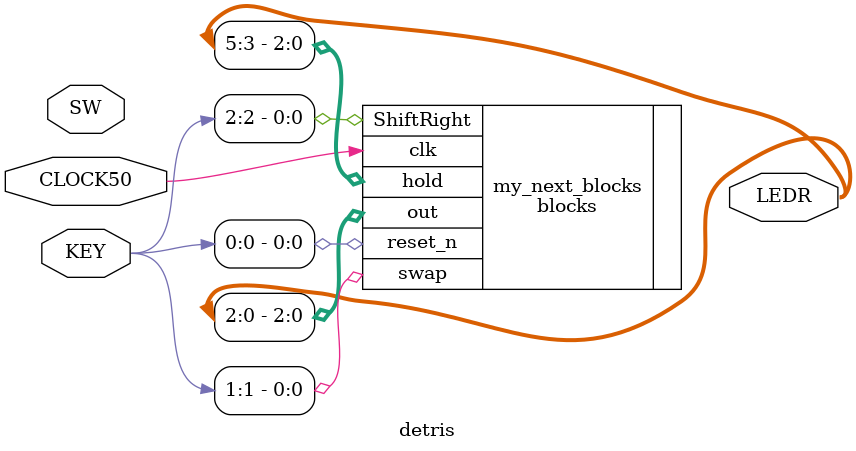
<source format=v>
`timescale 1ns / 1ns // `timescale time_unit/time_precision


//LEDR[0] output display

module detris(LEDR, SW, KEY, CLOCK50);
    input [9:0] SW;
	 input [3:0] KEY;
	 input CLOCK50;
    output [9:0] LEDR;
	 
	 blocks my_next_blocks(.out(LEDR[2:0]), .hold(LEDR[5:3]), .ShiftRight(KEY[2]), .clk(CLOCK50), .reset_n(KEY[0]),.swap(KEY[1]));
endmodule
</source>
